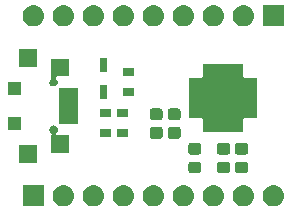
<source format=gbr>
G04 #@! TF.GenerationSoftware,KiCad,Pcbnew,(5.0.2)-1*
G04 #@! TF.CreationDate,2019-10-04T12:42:43+03:00*
G04 #@! TF.ProjectId,Micro-USB-UART,4d696372-6f2d-4555-9342-2d554152542e,rev?*
G04 #@! TF.SameCoordinates,Original*
G04 #@! TF.FileFunction,Soldermask,Top*
G04 #@! TF.FilePolarity,Negative*
%FSLAX46Y46*%
G04 Gerber Fmt 4.6, Leading zero omitted, Abs format (unit mm)*
G04 Created by KiCad (PCBNEW (5.0.2)-1) date 04.10.2019 12:42:43*
%MOMM*%
%LPD*%
G01*
G04 APERTURE LIST*
%ADD10C,0.100000*%
G04 APERTURE END LIST*
D10*
G36*
X76339000Y-122655900D02*
X74537000Y-122655900D01*
X74537000Y-120853900D01*
X76339000Y-120853900D01*
X76339000Y-122655900D01*
X76339000Y-122655900D01*
G37*
G36*
X93328442Y-120860418D02*
X93394627Y-120866937D01*
X93507853Y-120901284D01*
X93564467Y-120918457D01*
X93703087Y-120992552D01*
X93720991Y-121002122D01*
X93756729Y-121031452D01*
X93858186Y-121114714D01*
X93941448Y-121216171D01*
X93970778Y-121251909D01*
X93970779Y-121251911D01*
X94054443Y-121408433D01*
X94054443Y-121408434D01*
X94105963Y-121578273D01*
X94123359Y-121754900D01*
X94105963Y-121931527D01*
X94071616Y-122044753D01*
X94054443Y-122101367D01*
X93980348Y-122239987D01*
X93970778Y-122257891D01*
X93941448Y-122293629D01*
X93858186Y-122395086D01*
X93756729Y-122478348D01*
X93720991Y-122507678D01*
X93720989Y-122507679D01*
X93564467Y-122591343D01*
X93507853Y-122608516D01*
X93394627Y-122642863D01*
X93328442Y-122649382D01*
X93262260Y-122655900D01*
X93173740Y-122655900D01*
X93107558Y-122649382D01*
X93041373Y-122642863D01*
X92928147Y-122608516D01*
X92871533Y-122591343D01*
X92715011Y-122507679D01*
X92715009Y-122507678D01*
X92679271Y-122478348D01*
X92577814Y-122395086D01*
X92494552Y-122293629D01*
X92465222Y-122257891D01*
X92455652Y-122239987D01*
X92381557Y-122101367D01*
X92364384Y-122044753D01*
X92330037Y-121931527D01*
X92312641Y-121754900D01*
X92330037Y-121578273D01*
X92381557Y-121408434D01*
X92381557Y-121408433D01*
X92465221Y-121251911D01*
X92465222Y-121251909D01*
X92494552Y-121216171D01*
X92577814Y-121114714D01*
X92679271Y-121031452D01*
X92715009Y-121002122D01*
X92732913Y-120992552D01*
X92871533Y-120918457D01*
X92928147Y-120901284D01*
X93041373Y-120866937D01*
X93107558Y-120860418D01*
X93173740Y-120853900D01*
X93262260Y-120853900D01*
X93328442Y-120860418D01*
X93328442Y-120860418D01*
G37*
G36*
X95868442Y-120860418D02*
X95934627Y-120866937D01*
X96047853Y-120901284D01*
X96104467Y-120918457D01*
X96243087Y-120992552D01*
X96260991Y-121002122D01*
X96296729Y-121031452D01*
X96398186Y-121114714D01*
X96481448Y-121216171D01*
X96510778Y-121251909D01*
X96510779Y-121251911D01*
X96594443Y-121408433D01*
X96594443Y-121408434D01*
X96645963Y-121578273D01*
X96663359Y-121754900D01*
X96645963Y-121931527D01*
X96611616Y-122044753D01*
X96594443Y-122101367D01*
X96520348Y-122239987D01*
X96510778Y-122257891D01*
X96481448Y-122293629D01*
X96398186Y-122395086D01*
X96296729Y-122478348D01*
X96260991Y-122507678D01*
X96260989Y-122507679D01*
X96104467Y-122591343D01*
X96047853Y-122608516D01*
X95934627Y-122642863D01*
X95868442Y-122649382D01*
X95802260Y-122655900D01*
X95713740Y-122655900D01*
X95647558Y-122649382D01*
X95581373Y-122642863D01*
X95468147Y-122608516D01*
X95411533Y-122591343D01*
X95255011Y-122507679D01*
X95255009Y-122507678D01*
X95219271Y-122478348D01*
X95117814Y-122395086D01*
X95034552Y-122293629D01*
X95005222Y-122257891D01*
X94995652Y-122239987D01*
X94921557Y-122101367D01*
X94904384Y-122044753D01*
X94870037Y-121931527D01*
X94852641Y-121754900D01*
X94870037Y-121578273D01*
X94921557Y-121408434D01*
X94921557Y-121408433D01*
X95005221Y-121251911D01*
X95005222Y-121251909D01*
X95034552Y-121216171D01*
X95117814Y-121114714D01*
X95219271Y-121031452D01*
X95255009Y-121002122D01*
X95272913Y-120992552D01*
X95411533Y-120918457D01*
X95468147Y-120901284D01*
X95581373Y-120866937D01*
X95647558Y-120860418D01*
X95713740Y-120853900D01*
X95802260Y-120853900D01*
X95868442Y-120860418D01*
X95868442Y-120860418D01*
G37*
G36*
X90788442Y-120860418D02*
X90854627Y-120866937D01*
X90967853Y-120901284D01*
X91024467Y-120918457D01*
X91163087Y-120992552D01*
X91180991Y-121002122D01*
X91216729Y-121031452D01*
X91318186Y-121114714D01*
X91401448Y-121216171D01*
X91430778Y-121251909D01*
X91430779Y-121251911D01*
X91514443Y-121408433D01*
X91514443Y-121408434D01*
X91565963Y-121578273D01*
X91583359Y-121754900D01*
X91565963Y-121931527D01*
X91531616Y-122044753D01*
X91514443Y-122101367D01*
X91440348Y-122239987D01*
X91430778Y-122257891D01*
X91401448Y-122293629D01*
X91318186Y-122395086D01*
X91216729Y-122478348D01*
X91180991Y-122507678D01*
X91180989Y-122507679D01*
X91024467Y-122591343D01*
X90967853Y-122608516D01*
X90854627Y-122642863D01*
X90788442Y-122649382D01*
X90722260Y-122655900D01*
X90633740Y-122655900D01*
X90567558Y-122649382D01*
X90501373Y-122642863D01*
X90388147Y-122608516D01*
X90331533Y-122591343D01*
X90175011Y-122507679D01*
X90175009Y-122507678D01*
X90139271Y-122478348D01*
X90037814Y-122395086D01*
X89954552Y-122293629D01*
X89925222Y-122257891D01*
X89915652Y-122239987D01*
X89841557Y-122101367D01*
X89824384Y-122044753D01*
X89790037Y-121931527D01*
X89772641Y-121754900D01*
X89790037Y-121578273D01*
X89841557Y-121408434D01*
X89841557Y-121408433D01*
X89925221Y-121251911D01*
X89925222Y-121251909D01*
X89954552Y-121216171D01*
X90037814Y-121114714D01*
X90139271Y-121031452D01*
X90175009Y-121002122D01*
X90192913Y-120992552D01*
X90331533Y-120918457D01*
X90388147Y-120901284D01*
X90501373Y-120866937D01*
X90567558Y-120860418D01*
X90633740Y-120853900D01*
X90722260Y-120853900D01*
X90788442Y-120860418D01*
X90788442Y-120860418D01*
G37*
G36*
X88248442Y-120860418D02*
X88314627Y-120866937D01*
X88427853Y-120901284D01*
X88484467Y-120918457D01*
X88623087Y-120992552D01*
X88640991Y-121002122D01*
X88676729Y-121031452D01*
X88778186Y-121114714D01*
X88861448Y-121216171D01*
X88890778Y-121251909D01*
X88890779Y-121251911D01*
X88974443Y-121408433D01*
X88974443Y-121408434D01*
X89025963Y-121578273D01*
X89043359Y-121754900D01*
X89025963Y-121931527D01*
X88991616Y-122044753D01*
X88974443Y-122101367D01*
X88900348Y-122239987D01*
X88890778Y-122257891D01*
X88861448Y-122293629D01*
X88778186Y-122395086D01*
X88676729Y-122478348D01*
X88640991Y-122507678D01*
X88640989Y-122507679D01*
X88484467Y-122591343D01*
X88427853Y-122608516D01*
X88314627Y-122642863D01*
X88248442Y-122649382D01*
X88182260Y-122655900D01*
X88093740Y-122655900D01*
X88027558Y-122649382D01*
X87961373Y-122642863D01*
X87848147Y-122608516D01*
X87791533Y-122591343D01*
X87635011Y-122507679D01*
X87635009Y-122507678D01*
X87599271Y-122478348D01*
X87497814Y-122395086D01*
X87414552Y-122293629D01*
X87385222Y-122257891D01*
X87375652Y-122239987D01*
X87301557Y-122101367D01*
X87284384Y-122044753D01*
X87250037Y-121931527D01*
X87232641Y-121754900D01*
X87250037Y-121578273D01*
X87301557Y-121408434D01*
X87301557Y-121408433D01*
X87385221Y-121251911D01*
X87385222Y-121251909D01*
X87414552Y-121216171D01*
X87497814Y-121114714D01*
X87599271Y-121031452D01*
X87635009Y-121002122D01*
X87652913Y-120992552D01*
X87791533Y-120918457D01*
X87848147Y-120901284D01*
X87961373Y-120866937D01*
X88027558Y-120860418D01*
X88093740Y-120853900D01*
X88182260Y-120853900D01*
X88248442Y-120860418D01*
X88248442Y-120860418D01*
G37*
G36*
X83168442Y-120860418D02*
X83234627Y-120866937D01*
X83347853Y-120901284D01*
X83404467Y-120918457D01*
X83543087Y-120992552D01*
X83560991Y-121002122D01*
X83596729Y-121031452D01*
X83698186Y-121114714D01*
X83781448Y-121216171D01*
X83810778Y-121251909D01*
X83810779Y-121251911D01*
X83894443Y-121408433D01*
X83894443Y-121408434D01*
X83945963Y-121578273D01*
X83963359Y-121754900D01*
X83945963Y-121931527D01*
X83911616Y-122044753D01*
X83894443Y-122101367D01*
X83820348Y-122239987D01*
X83810778Y-122257891D01*
X83781448Y-122293629D01*
X83698186Y-122395086D01*
X83596729Y-122478348D01*
X83560991Y-122507678D01*
X83560989Y-122507679D01*
X83404467Y-122591343D01*
X83347853Y-122608516D01*
X83234627Y-122642863D01*
X83168442Y-122649382D01*
X83102260Y-122655900D01*
X83013740Y-122655900D01*
X82947558Y-122649382D01*
X82881373Y-122642863D01*
X82768147Y-122608516D01*
X82711533Y-122591343D01*
X82555011Y-122507679D01*
X82555009Y-122507678D01*
X82519271Y-122478348D01*
X82417814Y-122395086D01*
X82334552Y-122293629D01*
X82305222Y-122257891D01*
X82295652Y-122239987D01*
X82221557Y-122101367D01*
X82204384Y-122044753D01*
X82170037Y-121931527D01*
X82152641Y-121754900D01*
X82170037Y-121578273D01*
X82221557Y-121408434D01*
X82221557Y-121408433D01*
X82305221Y-121251911D01*
X82305222Y-121251909D01*
X82334552Y-121216171D01*
X82417814Y-121114714D01*
X82519271Y-121031452D01*
X82555009Y-121002122D01*
X82572913Y-120992552D01*
X82711533Y-120918457D01*
X82768147Y-120901284D01*
X82881373Y-120866937D01*
X82947558Y-120860418D01*
X83013740Y-120853900D01*
X83102260Y-120853900D01*
X83168442Y-120860418D01*
X83168442Y-120860418D01*
G37*
G36*
X80628442Y-120860418D02*
X80694627Y-120866937D01*
X80807853Y-120901284D01*
X80864467Y-120918457D01*
X81003087Y-120992552D01*
X81020991Y-121002122D01*
X81056729Y-121031452D01*
X81158186Y-121114714D01*
X81241448Y-121216171D01*
X81270778Y-121251909D01*
X81270779Y-121251911D01*
X81354443Y-121408433D01*
X81354443Y-121408434D01*
X81405963Y-121578273D01*
X81423359Y-121754900D01*
X81405963Y-121931527D01*
X81371616Y-122044753D01*
X81354443Y-122101367D01*
X81280348Y-122239987D01*
X81270778Y-122257891D01*
X81241448Y-122293629D01*
X81158186Y-122395086D01*
X81056729Y-122478348D01*
X81020991Y-122507678D01*
X81020989Y-122507679D01*
X80864467Y-122591343D01*
X80807853Y-122608516D01*
X80694627Y-122642863D01*
X80628442Y-122649382D01*
X80562260Y-122655900D01*
X80473740Y-122655900D01*
X80407558Y-122649382D01*
X80341373Y-122642863D01*
X80228147Y-122608516D01*
X80171533Y-122591343D01*
X80015011Y-122507679D01*
X80015009Y-122507678D01*
X79979271Y-122478348D01*
X79877814Y-122395086D01*
X79794552Y-122293629D01*
X79765222Y-122257891D01*
X79755652Y-122239987D01*
X79681557Y-122101367D01*
X79664384Y-122044753D01*
X79630037Y-121931527D01*
X79612641Y-121754900D01*
X79630037Y-121578273D01*
X79681557Y-121408434D01*
X79681557Y-121408433D01*
X79765221Y-121251911D01*
X79765222Y-121251909D01*
X79794552Y-121216171D01*
X79877814Y-121114714D01*
X79979271Y-121031452D01*
X80015009Y-121002122D01*
X80032913Y-120992552D01*
X80171533Y-120918457D01*
X80228147Y-120901284D01*
X80341373Y-120866937D01*
X80407558Y-120860418D01*
X80473740Y-120853900D01*
X80562260Y-120853900D01*
X80628442Y-120860418D01*
X80628442Y-120860418D01*
G37*
G36*
X78088442Y-120860418D02*
X78154627Y-120866937D01*
X78267853Y-120901284D01*
X78324467Y-120918457D01*
X78463087Y-120992552D01*
X78480991Y-121002122D01*
X78516729Y-121031452D01*
X78618186Y-121114714D01*
X78701448Y-121216171D01*
X78730778Y-121251909D01*
X78730779Y-121251911D01*
X78814443Y-121408433D01*
X78814443Y-121408434D01*
X78865963Y-121578273D01*
X78883359Y-121754900D01*
X78865963Y-121931527D01*
X78831616Y-122044753D01*
X78814443Y-122101367D01*
X78740348Y-122239987D01*
X78730778Y-122257891D01*
X78701448Y-122293629D01*
X78618186Y-122395086D01*
X78516729Y-122478348D01*
X78480991Y-122507678D01*
X78480989Y-122507679D01*
X78324467Y-122591343D01*
X78267853Y-122608516D01*
X78154627Y-122642863D01*
X78088442Y-122649382D01*
X78022260Y-122655900D01*
X77933740Y-122655900D01*
X77867558Y-122649382D01*
X77801373Y-122642863D01*
X77688147Y-122608516D01*
X77631533Y-122591343D01*
X77475011Y-122507679D01*
X77475009Y-122507678D01*
X77439271Y-122478348D01*
X77337814Y-122395086D01*
X77254552Y-122293629D01*
X77225222Y-122257891D01*
X77215652Y-122239987D01*
X77141557Y-122101367D01*
X77124384Y-122044753D01*
X77090037Y-121931527D01*
X77072641Y-121754900D01*
X77090037Y-121578273D01*
X77141557Y-121408434D01*
X77141557Y-121408433D01*
X77225221Y-121251911D01*
X77225222Y-121251909D01*
X77254552Y-121216171D01*
X77337814Y-121114714D01*
X77439271Y-121031452D01*
X77475009Y-121002122D01*
X77492913Y-120992552D01*
X77631533Y-120918457D01*
X77688147Y-120901284D01*
X77801373Y-120866937D01*
X77867558Y-120860418D01*
X77933740Y-120853900D01*
X78022260Y-120853900D01*
X78088442Y-120860418D01*
X78088442Y-120860418D01*
G37*
G36*
X85708442Y-120860418D02*
X85774627Y-120866937D01*
X85887853Y-120901284D01*
X85944467Y-120918457D01*
X86083087Y-120992552D01*
X86100991Y-121002122D01*
X86136729Y-121031452D01*
X86238186Y-121114714D01*
X86321448Y-121216171D01*
X86350778Y-121251909D01*
X86350779Y-121251911D01*
X86434443Y-121408433D01*
X86434443Y-121408434D01*
X86485963Y-121578273D01*
X86503359Y-121754900D01*
X86485963Y-121931527D01*
X86451616Y-122044753D01*
X86434443Y-122101367D01*
X86360348Y-122239987D01*
X86350778Y-122257891D01*
X86321448Y-122293629D01*
X86238186Y-122395086D01*
X86136729Y-122478348D01*
X86100991Y-122507678D01*
X86100989Y-122507679D01*
X85944467Y-122591343D01*
X85887853Y-122608516D01*
X85774627Y-122642863D01*
X85708442Y-122649382D01*
X85642260Y-122655900D01*
X85553740Y-122655900D01*
X85487558Y-122649382D01*
X85421373Y-122642863D01*
X85308147Y-122608516D01*
X85251533Y-122591343D01*
X85095011Y-122507679D01*
X85095009Y-122507678D01*
X85059271Y-122478348D01*
X84957814Y-122395086D01*
X84874552Y-122293629D01*
X84845222Y-122257891D01*
X84835652Y-122239987D01*
X84761557Y-122101367D01*
X84744384Y-122044753D01*
X84710037Y-121931527D01*
X84692641Y-121754900D01*
X84710037Y-121578273D01*
X84761557Y-121408434D01*
X84761557Y-121408433D01*
X84845221Y-121251911D01*
X84845222Y-121251909D01*
X84874552Y-121216171D01*
X84957814Y-121114714D01*
X85059271Y-121031452D01*
X85095009Y-121002122D01*
X85112913Y-120992552D01*
X85251533Y-120918457D01*
X85308147Y-120901284D01*
X85421373Y-120866937D01*
X85487558Y-120860418D01*
X85553740Y-120853900D01*
X85642260Y-120853900D01*
X85708442Y-120860418D01*
X85708442Y-120860418D01*
G37*
G36*
X89482791Y-118870285D02*
X89516769Y-118880593D01*
X89548087Y-118897333D01*
X89575539Y-118919861D01*
X89598067Y-118947313D01*
X89614807Y-118978631D01*
X89625115Y-119012609D01*
X89629200Y-119054090D01*
X89629200Y-119655310D01*
X89625115Y-119696791D01*
X89614807Y-119730769D01*
X89598067Y-119762087D01*
X89575539Y-119789539D01*
X89548087Y-119812067D01*
X89516769Y-119828807D01*
X89482791Y-119839115D01*
X89441310Y-119843200D01*
X88765090Y-119843200D01*
X88723609Y-119839115D01*
X88689631Y-119828807D01*
X88658313Y-119812067D01*
X88630861Y-119789539D01*
X88608333Y-119762087D01*
X88591593Y-119730769D01*
X88581285Y-119696791D01*
X88577200Y-119655310D01*
X88577200Y-119054090D01*
X88581285Y-119012609D01*
X88591593Y-118978631D01*
X88608333Y-118947313D01*
X88630861Y-118919861D01*
X88658313Y-118897333D01*
X88689631Y-118880593D01*
X88723609Y-118870285D01*
X88765090Y-118866200D01*
X89441310Y-118866200D01*
X89482791Y-118870285D01*
X89482791Y-118870285D01*
G37*
G36*
X93445191Y-118870285D02*
X93479169Y-118880593D01*
X93510487Y-118897333D01*
X93537939Y-118919861D01*
X93560467Y-118947313D01*
X93577207Y-118978631D01*
X93587515Y-119012609D01*
X93591600Y-119054090D01*
X93591600Y-119655310D01*
X93587515Y-119696791D01*
X93577207Y-119730769D01*
X93560467Y-119762087D01*
X93537939Y-119789539D01*
X93510487Y-119812067D01*
X93479169Y-119828807D01*
X93445191Y-119839115D01*
X93403710Y-119843200D01*
X92727490Y-119843200D01*
X92686009Y-119839115D01*
X92652031Y-119828807D01*
X92620713Y-119812067D01*
X92593261Y-119789539D01*
X92570733Y-119762087D01*
X92553993Y-119730769D01*
X92543685Y-119696791D01*
X92539600Y-119655310D01*
X92539600Y-119054090D01*
X92543685Y-119012609D01*
X92553993Y-118978631D01*
X92570733Y-118947313D01*
X92593261Y-118919861D01*
X92620713Y-118897333D01*
X92652031Y-118880593D01*
X92686009Y-118870285D01*
X92727490Y-118866200D01*
X93403710Y-118866200D01*
X93445191Y-118870285D01*
X93445191Y-118870285D01*
G37*
G36*
X91921191Y-118870285D02*
X91955169Y-118880593D01*
X91986487Y-118897333D01*
X92013939Y-118919861D01*
X92036467Y-118947313D01*
X92053207Y-118978631D01*
X92063515Y-119012609D01*
X92067600Y-119054090D01*
X92067600Y-119655310D01*
X92063515Y-119696791D01*
X92053207Y-119730769D01*
X92036467Y-119762087D01*
X92013939Y-119789539D01*
X91986487Y-119812067D01*
X91955169Y-119828807D01*
X91921191Y-119839115D01*
X91879710Y-119843200D01*
X91203490Y-119843200D01*
X91162009Y-119839115D01*
X91128031Y-119828807D01*
X91096713Y-119812067D01*
X91069261Y-119789539D01*
X91046733Y-119762087D01*
X91029993Y-119730769D01*
X91019685Y-119696791D01*
X91015600Y-119655310D01*
X91015600Y-119054090D01*
X91019685Y-119012609D01*
X91029993Y-118978631D01*
X91046733Y-118947313D01*
X91069261Y-118919861D01*
X91096713Y-118897333D01*
X91128031Y-118880593D01*
X91162009Y-118870285D01*
X91203490Y-118866200D01*
X91879710Y-118866200D01*
X91921191Y-118870285D01*
X91921191Y-118870285D01*
G37*
G36*
X75759500Y-118954950D02*
X74257500Y-118954950D01*
X74257500Y-117452950D01*
X75759500Y-117452950D01*
X75759500Y-118954950D01*
X75759500Y-118954950D01*
G37*
G36*
X93445191Y-117295285D02*
X93479169Y-117305593D01*
X93510487Y-117322333D01*
X93537939Y-117344861D01*
X93560467Y-117372313D01*
X93577207Y-117403631D01*
X93587515Y-117437609D01*
X93591600Y-117479090D01*
X93591600Y-118080310D01*
X93587515Y-118121791D01*
X93577207Y-118155769D01*
X93560467Y-118187087D01*
X93537939Y-118214539D01*
X93510487Y-118237067D01*
X93479169Y-118253807D01*
X93445191Y-118264115D01*
X93403710Y-118268200D01*
X92727490Y-118268200D01*
X92686009Y-118264115D01*
X92652031Y-118253807D01*
X92620713Y-118237067D01*
X92593261Y-118214539D01*
X92570733Y-118187087D01*
X92553993Y-118155769D01*
X92543685Y-118121791D01*
X92539600Y-118080310D01*
X92539600Y-117479090D01*
X92543685Y-117437609D01*
X92553993Y-117403631D01*
X92570733Y-117372313D01*
X92593261Y-117344861D01*
X92620713Y-117322333D01*
X92652031Y-117305593D01*
X92686009Y-117295285D01*
X92727490Y-117291200D01*
X93403710Y-117291200D01*
X93445191Y-117295285D01*
X93445191Y-117295285D01*
G37*
G36*
X89482791Y-117295285D02*
X89516769Y-117305593D01*
X89548087Y-117322333D01*
X89575539Y-117344861D01*
X89598067Y-117372313D01*
X89614807Y-117403631D01*
X89625115Y-117437609D01*
X89629200Y-117479090D01*
X89629200Y-118080310D01*
X89625115Y-118121791D01*
X89614807Y-118155769D01*
X89598067Y-118187087D01*
X89575539Y-118214539D01*
X89548087Y-118237067D01*
X89516769Y-118253807D01*
X89482791Y-118264115D01*
X89441310Y-118268200D01*
X88765090Y-118268200D01*
X88723609Y-118264115D01*
X88689631Y-118253807D01*
X88658313Y-118237067D01*
X88630861Y-118214539D01*
X88608333Y-118187087D01*
X88591593Y-118155769D01*
X88581285Y-118121791D01*
X88577200Y-118080310D01*
X88577200Y-117479090D01*
X88581285Y-117437609D01*
X88591593Y-117403631D01*
X88608333Y-117372313D01*
X88630861Y-117344861D01*
X88658313Y-117322333D01*
X88689631Y-117305593D01*
X88723609Y-117295285D01*
X88765090Y-117291200D01*
X89441310Y-117291200D01*
X89482791Y-117295285D01*
X89482791Y-117295285D01*
G37*
G36*
X91921191Y-117295285D02*
X91955169Y-117305593D01*
X91986487Y-117322333D01*
X92013939Y-117344861D01*
X92036467Y-117372313D01*
X92053207Y-117403631D01*
X92063515Y-117437609D01*
X92067600Y-117479090D01*
X92067600Y-118080310D01*
X92063515Y-118121791D01*
X92053207Y-118155769D01*
X92036467Y-118187087D01*
X92013939Y-118214539D01*
X91986487Y-118237067D01*
X91955169Y-118253807D01*
X91921191Y-118264115D01*
X91879710Y-118268200D01*
X91203490Y-118268200D01*
X91162009Y-118264115D01*
X91128031Y-118253807D01*
X91096713Y-118237067D01*
X91069261Y-118214539D01*
X91046733Y-118187087D01*
X91029993Y-118155769D01*
X91019685Y-118121791D01*
X91015600Y-118080310D01*
X91015600Y-117479090D01*
X91019685Y-117437609D01*
X91029993Y-117403631D01*
X91046733Y-117372313D01*
X91069261Y-117344861D01*
X91096713Y-117322333D01*
X91128031Y-117305593D01*
X91162009Y-117295285D01*
X91203490Y-117291200D01*
X91879710Y-117291200D01*
X91921191Y-117295285D01*
X91921191Y-117295285D01*
G37*
G36*
X77260883Y-115816439D02*
X77324761Y-115842898D01*
X77382250Y-115881311D01*
X77394112Y-115893173D01*
X77407933Y-115904517D01*
X77419277Y-115918338D01*
X77431139Y-115930200D01*
X77469552Y-115987689D01*
X77496011Y-116051567D01*
X77509500Y-116119380D01*
X77509500Y-116188520D01*
X77496011Y-116256333D01*
X77469552Y-116320211D01*
X77431139Y-116377700D01*
X77378977Y-116429862D01*
X77367158Y-116439562D01*
X77351612Y-116458504D01*
X77340061Y-116480115D01*
X77332948Y-116503564D01*
X77330546Y-116527950D01*
X77332948Y-116552336D01*
X77340061Y-116575786D01*
X77351612Y-116597396D01*
X77367158Y-116616338D01*
X77386100Y-116631884D01*
X77407711Y-116643435D01*
X77431160Y-116650548D01*
X77455546Y-116652950D01*
X78459500Y-116652950D01*
X78459500Y-118154950D01*
X76957500Y-118154950D01*
X76957500Y-116607007D01*
X76965388Y-116597396D01*
X76976939Y-116575785D01*
X76984052Y-116552336D01*
X76986454Y-116527950D01*
X76984052Y-116503564D01*
X76976939Y-116480115D01*
X76965388Y-116458504D01*
X76949842Y-116439562D01*
X76938023Y-116429862D01*
X76885861Y-116377700D01*
X76847448Y-116320211D01*
X76820989Y-116256333D01*
X76807500Y-116188520D01*
X76807500Y-116119380D01*
X76820989Y-116051567D01*
X76847448Y-115987689D01*
X76885861Y-115930200D01*
X76934750Y-115881311D01*
X76992239Y-115842898D01*
X77056117Y-115816439D01*
X77123930Y-115802950D01*
X77193070Y-115802950D01*
X77260883Y-115816439D01*
X77260883Y-115816439D01*
G37*
G36*
X87755591Y-115949185D02*
X87789569Y-115959493D01*
X87820887Y-115976233D01*
X87848339Y-115998761D01*
X87870867Y-116026213D01*
X87887607Y-116057531D01*
X87897915Y-116091509D01*
X87902000Y-116132990D01*
X87902000Y-116734210D01*
X87897915Y-116775691D01*
X87887607Y-116809669D01*
X87870867Y-116840987D01*
X87848339Y-116868439D01*
X87820887Y-116890967D01*
X87789569Y-116907707D01*
X87755591Y-116918015D01*
X87714110Y-116922100D01*
X87037890Y-116922100D01*
X86996409Y-116918015D01*
X86962431Y-116907707D01*
X86931113Y-116890967D01*
X86903661Y-116868439D01*
X86881133Y-116840987D01*
X86864393Y-116809669D01*
X86854085Y-116775691D01*
X86850000Y-116734210D01*
X86850000Y-116132990D01*
X86854085Y-116091509D01*
X86864393Y-116057531D01*
X86881133Y-116026213D01*
X86903661Y-115998761D01*
X86931113Y-115976233D01*
X86962431Y-115959493D01*
X86996409Y-115949185D01*
X87037890Y-115945100D01*
X87714110Y-115945100D01*
X87755591Y-115949185D01*
X87755591Y-115949185D01*
G37*
G36*
X86231591Y-115949185D02*
X86265569Y-115959493D01*
X86296887Y-115976233D01*
X86324339Y-115998761D01*
X86346867Y-116026213D01*
X86363607Y-116057531D01*
X86373915Y-116091509D01*
X86378000Y-116132990D01*
X86378000Y-116734210D01*
X86373915Y-116775691D01*
X86363607Y-116809669D01*
X86346867Y-116840987D01*
X86324339Y-116868439D01*
X86296887Y-116890967D01*
X86265569Y-116907707D01*
X86231591Y-116918015D01*
X86190110Y-116922100D01*
X85513890Y-116922100D01*
X85472409Y-116918015D01*
X85438431Y-116907707D01*
X85407113Y-116890967D01*
X85379661Y-116868439D01*
X85357133Y-116840987D01*
X85340393Y-116809669D01*
X85330085Y-116775691D01*
X85326000Y-116734210D01*
X85326000Y-116132990D01*
X85330085Y-116091509D01*
X85340393Y-116057531D01*
X85357133Y-116026213D01*
X85379661Y-115998761D01*
X85407113Y-115976233D01*
X85438431Y-115959493D01*
X85472409Y-115949185D01*
X85513890Y-115945100D01*
X86190110Y-115945100D01*
X86231591Y-115949185D01*
X86231591Y-115949185D01*
G37*
G36*
X83445500Y-116817100D02*
X82543500Y-116817100D01*
X82543500Y-116115100D01*
X83445500Y-116115100D01*
X83445500Y-116817100D01*
X83445500Y-116817100D01*
G37*
G36*
X81985000Y-116817100D02*
X81083000Y-116817100D01*
X81083000Y-116115100D01*
X81985000Y-116115100D01*
X81985000Y-116817100D01*
X81985000Y-116817100D01*
G37*
G36*
X93191800Y-111636200D02*
X93194202Y-111660586D01*
X93201315Y-111684035D01*
X93212866Y-111705646D01*
X93228412Y-111724588D01*
X93242143Y-111735857D01*
X93253412Y-111749588D01*
X93272354Y-111765134D01*
X93293965Y-111776685D01*
X93317414Y-111783798D01*
X93341800Y-111786200D01*
X94391800Y-111786200D01*
X94391800Y-115188200D01*
X93341800Y-115188200D01*
X93317414Y-115190602D01*
X93293965Y-115197715D01*
X93272354Y-115209266D01*
X93253412Y-115224812D01*
X93242143Y-115238543D01*
X93228412Y-115249812D01*
X93212866Y-115268754D01*
X93201315Y-115290365D01*
X93194202Y-115313814D01*
X93191800Y-115338200D01*
X93191800Y-116388200D01*
X89789800Y-116388200D01*
X89789800Y-115338200D01*
X89787398Y-115313814D01*
X89780285Y-115290365D01*
X89768734Y-115268754D01*
X89753188Y-115249812D01*
X89739457Y-115238543D01*
X89728188Y-115224812D01*
X89709246Y-115209266D01*
X89687635Y-115197715D01*
X89664186Y-115190602D01*
X89639800Y-115188200D01*
X88589800Y-115188200D01*
X88589800Y-111786200D01*
X89639800Y-111786200D01*
X89664186Y-111783798D01*
X89687635Y-111776685D01*
X89709246Y-111765134D01*
X89728188Y-111749588D01*
X89739457Y-111735857D01*
X89753188Y-111724588D01*
X89768734Y-111705646D01*
X89780285Y-111684035D01*
X89787398Y-111660586D01*
X89789800Y-111636200D01*
X89789800Y-110586200D01*
X93191800Y-110586200D01*
X93191800Y-111636200D01*
X93191800Y-111636200D01*
G37*
G36*
X74359500Y-116229950D02*
X73257500Y-116229950D01*
X73257500Y-115127950D01*
X74359500Y-115127950D01*
X74359500Y-116229950D01*
X74359500Y-116229950D01*
G37*
G36*
X79209500Y-115704950D02*
X77607500Y-115704950D01*
X77607500Y-112602950D01*
X79209500Y-112602950D01*
X79209500Y-115704950D01*
X79209500Y-115704950D01*
G37*
G36*
X87755591Y-114374185D02*
X87789569Y-114384493D01*
X87820887Y-114401233D01*
X87848339Y-114423761D01*
X87870867Y-114451213D01*
X87887607Y-114482531D01*
X87897915Y-114516509D01*
X87902000Y-114557990D01*
X87902000Y-115159210D01*
X87897915Y-115200691D01*
X87887607Y-115234669D01*
X87870867Y-115265987D01*
X87848339Y-115293439D01*
X87820887Y-115315967D01*
X87789569Y-115332707D01*
X87755591Y-115343015D01*
X87714110Y-115347100D01*
X87037890Y-115347100D01*
X86996409Y-115343015D01*
X86962431Y-115332707D01*
X86931113Y-115315967D01*
X86903661Y-115293439D01*
X86881133Y-115265987D01*
X86864393Y-115234669D01*
X86854085Y-115200691D01*
X86850000Y-115159210D01*
X86850000Y-114557990D01*
X86854085Y-114516509D01*
X86864393Y-114482531D01*
X86881133Y-114451213D01*
X86903661Y-114423761D01*
X86931113Y-114401233D01*
X86962431Y-114384493D01*
X86996409Y-114374185D01*
X87037890Y-114370100D01*
X87714110Y-114370100D01*
X87755591Y-114374185D01*
X87755591Y-114374185D01*
G37*
G36*
X86231591Y-114374185D02*
X86265569Y-114384493D01*
X86296887Y-114401233D01*
X86324339Y-114423761D01*
X86346867Y-114451213D01*
X86363607Y-114482531D01*
X86373915Y-114516509D01*
X86378000Y-114557990D01*
X86378000Y-115159210D01*
X86373915Y-115200691D01*
X86363607Y-115234669D01*
X86346867Y-115265987D01*
X86324339Y-115293439D01*
X86296887Y-115315967D01*
X86265569Y-115332707D01*
X86231591Y-115343015D01*
X86190110Y-115347100D01*
X85513890Y-115347100D01*
X85472409Y-115343015D01*
X85438431Y-115332707D01*
X85407113Y-115315967D01*
X85379661Y-115293439D01*
X85357133Y-115265987D01*
X85340393Y-115234669D01*
X85330085Y-115200691D01*
X85326000Y-115159210D01*
X85326000Y-114557990D01*
X85330085Y-114516509D01*
X85340393Y-114482531D01*
X85357133Y-114451213D01*
X85379661Y-114423761D01*
X85407113Y-114401233D01*
X85438431Y-114384493D01*
X85472409Y-114374185D01*
X85513890Y-114370100D01*
X86190110Y-114370100D01*
X86231591Y-114374185D01*
X86231591Y-114374185D01*
G37*
G36*
X83445500Y-115117100D02*
X82543500Y-115117100D01*
X82543500Y-114415100D01*
X83445500Y-114415100D01*
X83445500Y-115117100D01*
X83445500Y-115117100D01*
G37*
G36*
X81985000Y-115117100D02*
X81083000Y-115117100D01*
X81083000Y-114415100D01*
X81985000Y-114415100D01*
X81985000Y-115117100D01*
X81985000Y-115117100D01*
G37*
G36*
X81708000Y-113574000D02*
X81106000Y-113574000D01*
X81106000Y-112397000D01*
X81708000Y-112397000D01*
X81708000Y-113574000D01*
X81708000Y-113574000D01*
G37*
G36*
X83953500Y-113342000D02*
X83051500Y-113342000D01*
X83051500Y-112640000D01*
X83953500Y-112640000D01*
X83953500Y-113342000D01*
X83953500Y-113342000D01*
G37*
G36*
X74359500Y-113204950D02*
X73257500Y-113204950D01*
X73257500Y-112102950D01*
X74359500Y-112102950D01*
X74359500Y-113204950D01*
X74359500Y-113204950D01*
G37*
G36*
X78459500Y-111654950D02*
X77455546Y-111654950D01*
X77431160Y-111657352D01*
X77407711Y-111664465D01*
X77386100Y-111676016D01*
X77367158Y-111691562D01*
X77351612Y-111710504D01*
X77340061Y-111732115D01*
X77332948Y-111755564D01*
X77330546Y-111779950D01*
X77332948Y-111804336D01*
X77340061Y-111827785D01*
X77351612Y-111849396D01*
X77367158Y-111868338D01*
X77378977Y-111878038D01*
X77431139Y-111930200D01*
X77469552Y-111987689D01*
X77496011Y-112051567D01*
X77509500Y-112119380D01*
X77509500Y-112188520D01*
X77496011Y-112256333D01*
X77469552Y-112320211D01*
X77431139Y-112377700D01*
X77419277Y-112389562D01*
X77407933Y-112403383D01*
X77394112Y-112414727D01*
X77382250Y-112426589D01*
X77324761Y-112465002D01*
X77260883Y-112491461D01*
X77193070Y-112504950D01*
X77123930Y-112504950D01*
X77056117Y-112491461D01*
X76992239Y-112465002D01*
X76934750Y-112426589D01*
X76885861Y-112377700D01*
X76847448Y-112320211D01*
X76820989Y-112256333D01*
X76807500Y-112188520D01*
X76807500Y-112119380D01*
X76820989Y-112051567D01*
X76847448Y-111987689D01*
X76885861Y-111930200D01*
X76938023Y-111878038D01*
X76949842Y-111868338D01*
X76965388Y-111849396D01*
X76976939Y-111827785D01*
X76984052Y-111804336D01*
X76986454Y-111779950D01*
X76984052Y-111755564D01*
X76976939Y-111732114D01*
X76965388Y-111710504D01*
X76957500Y-111700893D01*
X76957500Y-110152950D01*
X78459500Y-110152950D01*
X78459500Y-111654950D01*
X78459500Y-111654950D01*
G37*
G36*
X83953500Y-111642000D02*
X83051500Y-111642000D01*
X83051500Y-110940000D01*
X83953500Y-110940000D01*
X83953500Y-111642000D01*
X83953500Y-111642000D01*
G37*
G36*
X81708000Y-111250000D02*
X81106000Y-111250000D01*
X81106000Y-110073000D01*
X81708000Y-110073000D01*
X81708000Y-111250000D01*
X81708000Y-111250000D01*
G37*
G36*
X75759500Y-110854950D02*
X74257500Y-110854950D01*
X74257500Y-109352950D01*
X75759500Y-109352950D01*
X75759500Y-110854950D01*
X75759500Y-110854950D01*
G37*
G36*
X75548442Y-105633118D02*
X75614627Y-105639637D01*
X75727853Y-105673984D01*
X75784467Y-105691157D01*
X75923087Y-105765252D01*
X75940991Y-105774822D01*
X75976729Y-105804152D01*
X76078186Y-105887414D01*
X76161448Y-105988871D01*
X76190778Y-106024609D01*
X76190779Y-106024611D01*
X76274443Y-106181133D01*
X76274443Y-106181134D01*
X76325963Y-106350973D01*
X76343359Y-106527600D01*
X76325963Y-106704227D01*
X76291616Y-106817453D01*
X76274443Y-106874067D01*
X76200348Y-107012687D01*
X76190778Y-107030591D01*
X76161448Y-107066329D01*
X76078186Y-107167786D01*
X75976729Y-107251048D01*
X75940991Y-107280378D01*
X75940989Y-107280379D01*
X75784467Y-107364043D01*
X75727853Y-107381216D01*
X75614627Y-107415563D01*
X75548442Y-107422082D01*
X75482260Y-107428600D01*
X75393740Y-107428600D01*
X75327558Y-107422082D01*
X75261373Y-107415563D01*
X75148147Y-107381216D01*
X75091533Y-107364043D01*
X74935011Y-107280379D01*
X74935009Y-107280378D01*
X74899271Y-107251048D01*
X74797814Y-107167786D01*
X74714552Y-107066329D01*
X74685222Y-107030591D01*
X74675652Y-107012687D01*
X74601557Y-106874067D01*
X74584384Y-106817453D01*
X74550037Y-106704227D01*
X74532641Y-106527600D01*
X74550037Y-106350973D01*
X74601557Y-106181134D01*
X74601557Y-106181133D01*
X74685221Y-106024611D01*
X74685222Y-106024609D01*
X74714552Y-105988871D01*
X74797814Y-105887414D01*
X74899271Y-105804152D01*
X74935009Y-105774822D01*
X74952913Y-105765252D01*
X75091533Y-105691157D01*
X75148147Y-105673984D01*
X75261373Y-105639637D01*
X75327558Y-105633118D01*
X75393740Y-105626600D01*
X75482260Y-105626600D01*
X75548442Y-105633118D01*
X75548442Y-105633118D01*
G37*
G36*
X78088442Y-105633118D02*
X78154627Y-105639637D01*
X78267853Y-105673984D01*
X78324467Y-105691157D01*
X78463087Y-105765252D01*
X78480991Y-105774822D01*
X78516729Y-105804152D01*
X78618186Y-105887414D01*
X78701448Y-105988871D01*
X78730778Y-106024609D01*
X78730779Y-106024611D01*
X78814443Y-106181133D01*
X78814443Y-106181134D01*
X78865963Y-106350973D01*
X78883359Y-106527600D01*
X78865963Y-106704227D01*
X78831616Y-106817453D01*
X78814443Y-106874067D01*
X78740348Y-107012687D01*
X78730778Y-107030591D01*
X78701448Y-107066329D01*
X78618186Y-107167786D01*
X78516729Y-107251048D01*
X78480991Y-107280378D01*
X78480989Y-107280379D01*
X78324467Y-107364043D01*
X78267853Y-107381216D01*
X78154627Y-107415563D01*
X78088442Y-107422082D01*
X78022260Y-107428600D01*
X77933740Y-107428600D01*
X77867558Y-107422082D01*
X77801373Y-107415563D01*
X77688147Y-107381216D01*
X77631533Y-107364043D01*
X77475011Y-107280379D01*
X77475009Y-107280378D01*
X77439271Y-107251048D01*
X77337814Y-107167786D01*
X77254552Y-107066329D01*
X77225222Y-107030591D01*
X77215652Y-107012687D01*
X77141557Y-106874067D01*
X77124384Y-106817453D01*
X77090037Y-106704227D01*
X77072641Y-106527600D01*
X77090037Y-106350973D01*
X77141557Y-106181134D01*
X77141557Y-106181133D01*
X77225221Y-106024611D01*
X77225222Y-106024609D01*
X77254552Y-105988871D01*
X77337814Y-105887414D01*
X77439271Y-105804152D01*
X77475009Y-105774822D01*
X77492913Y-105765252D01*
X77631533Y-105691157D01*
X77688147Y-105673984D01*
X77801373Y-105639637D01*
X77867558Y-105633118D01*
X77933740Y-105626600D01*
X78022260Y-105626600D01*
X78088442Y-105633118D01*
X78088442Y-105633118D01*
G37*
G36*
X80628442Y-105633118D02*
X80694627Y-105639637D01*
X80807853Y-105673984D01*
X80864467Y-105691157D01*
X81003087Y-105765252D01*
X81020991Y-105774822D01*
X81056729Y-105804152D01*
X81158186Y-105887414D01*
X81241448Y-105988871D01*
X81270778Y-106024609D01*
X81270779Y-106024611D01*
X81354443Y-106181133D01*
X81354443Y-106181134D01*
X81405963Y-106350973D01*
X81423359Y-106527600D01*
X81405963Y-106704227D01*
X81371616Y-106817453D01*
X81354443Y-106874067D01*
X81280348Y-107012687D01*
X81270778Y-107030591D01*
X81241448Y-107066329D01*
X81158186Y-107167786D01*
X81056729Y-107251048D01*
X81020991Y-107280378D01*
X81020989Y-107280379D01*
X80864467Y-107364043D01*
X80807853Y-107381216D01*
X80694627Y-107415563D01*
X80628442Y-107422082D01*
X80562260Y-107428600D01*
X80473740Y-107428600D01*
X80407558Y-107422082D01*
X80341373Y-107415563D01*
X80228147Y-107381216D01*
X80171533Y-107364043D01*
X80015011Y-107280379D01*
X80015009Y-107280378D01*
X79979271Y-107251048D01*
X79877814Y-107167786D01*
X79794552Y-107066329D01*
X79765222Y-107030591D01*
X79755652Y-107012687D01*
X79681557Y-106874067D01*
X79664384Y-106817453D01*
X79630037Y-106704227D01*
X79612641Y-106527600D01*
X79630037Y-106350973D01*
X79681557Y-106181134D01*
X79681557Y-106181133D01*
X79765221Y-106024611D01*
X79765222Y-106024609D01*
X79794552Y-105988871D01*
X79877814Y-105887414D01*
X79979271Y-105804152D01*
X80015009Y-105774822D01*
X80032913Y-105765252D01*
X80171533Y-105691157D01*
X80228147Y-105673984D01*
X80341373Y-105639637D01*
X80407558Y-105633118D01*
X80473740Y-105626600D01*
X80562260Y-105626600D01*
X80628442Y-105633118D01*
X80628442Y-105633118D01*
G37*
G36*
X83168442Y-105633118D02*
X83234627Y-105639637D01*
X83347853Y-105673984D01*
X83404467Y-105691157D01*
X83543087Y-105765252D01*
X83560991Y-105774822D01*
X83596729Y-105804152D01*
X83698186Y-105887414D01*
X83781448Y-105988871D01*
X83810778Y-106024609D01*
X83810779Y-106024611D01*
X83894443Y-106181133D01*
X83894443Y-106181134D01*
X83945963Y-106350973D01*
X83963359Y-106527600D01*
X83945963Y-106704227D01*
X83911616Y-106817453D01*
X83894443Y-106874067D01*
X83820348Y-107012687D01*
X83810778Y-107030591D01*
X83781448Y-107066329D01*
X83698186Y-107167786D01*
X83596729Y-107251048D01*
X83560991Y-107280378D01*
X83560989Y-107280379D01*
X83404467Y-107364043D01*
X83347853Y-107381216D01*
X83234627Y-107415563D01*
X83168442Y-107422082D01*
X83102260Y-107428600D01*
X83013740Y-107428600D01*
X82947558Y-107422082D01*
X82881373Y-107415563D01*
X82768147Y-107381216D01*
X82711533Y-107364043D01*
X82555011Y-107280379D01*
X82555009Y-107280378D01*
X82519271Y-107251048D01*
X82417814Y-107167786D01*
X82334552Y-107066329D01*
X82305222Y-107030591D01*
X82295652Y-107012687D01*
X82221557Y-106874067D01*
X82204384Y-106817453D01*
X82170037Y-106704227D01*
X82152641Y-106527600D01*
X82170037Y-106350973D01*
X82221557Y-106181134D01*
X82221557Y-106181133D01*
X82305221Y-106024611D01*
X82305222Y-106024609D01*
X82334552Y-105988871D01*
X82417814Y-105887414D01*
X82519271Y-105804152D01*
X82555009Y-105774822D01*
X82572913Y-105765252D01*
X82711533Y-105691157D01*
X82768147Y-105673984D01*
X82881373Y-105639637D01*
X82947558Y-105633118D01*
X83013740Y-105626600D01*
X83102260Y-105626600D01*
X83168442Y-105633118D01*
X83168442Y-105633118D01*
G37*
G36*
X85708442Y-105633118D02*
X85774627Y-105639637D01*
X85887853Y-105673984D01*
X85944467Y-105691157D01*
X86083087Y-105765252D01*
X86100991Y-105774822D01*
X86136729Y-105804152D01*
X86238186Y-105887414D01*
X86321448Y-105988871D01*
X86350778Y-106024609D01*
X86350779Y-106024611D01*
X86434443Y-106181133D01*
X86434443Y-106181134D01*
X86485963Y-106350973D01*
X86503359Y-106527600D01*
X86485963Y-106704227D01*
X86451616Y-106817453D01*
X86434443Y-106874067D01*
X86360348Y-107012687D01*
X86350778Y-107030591D01*
X86321448Y-107066329D01*
X86238186Y-107167786D01*
X86136729Y-107251048D01*
X86100991Y-107280378D01*
X86100989Y-107280379D01*
X85944467Y-107364043D01*
X85887853Y-107381216D01*
X85774627Y-107415563D01*
X85708442Y-107422082D01*
X85642260Y-107428600D01*
X85553740Y-107428600D01*
X85487558Y-107422082D01*
X85421373Y-107415563D01*
X85308147Y-107381216D01*
X85251533Y-107364043D01*
X85095011Y-107280379D01*
X85095009Y-107280378D01*
X85059271Y-107251048D01*
X84957814Y-107167786D01*
X84874552Y-107066329D01*
X84845222Y-107030591D01*
X84835652Y-107012687D01*
X84761557Y-106874067D01*
X84744384Y-106817453D01*
X84710037Y-106704227D01*
X84692641Y-106527600D01*
X84710037Y-106350973D01*
X84761557Y-106181134D01*
X84761557Y-106181133D01*
X84845221Y-106024611D01*
X84845222Y-106024609D01*
X84874552Y-105988871D01*
X84957814Y-105887414D01*
X85059271Y-105804152D01*
X85095009Y-105774822D01*
X85112913Y-105765252D01*
X85251533Y-105691157D01*
X85308147Y-105673984D01*
X85421373Y-105639637D01*
X85487558Y-105633118D01*
X85553740Y-105626600D01*
X85642260Y-105626600D01*
X85708442Y-105633118D01*
X85708442Y-105633118D01*
G37*
G36*
X88248442Y-105633118D02*
X88314627Y-105639637D01*
X88427853Y-105673984D01*
X88484467Y-105691157D01*
X88623087Y-105765252D01*
X88640991Y-105774822D01*
X88676729Y-105804152D01*
X88778186Y-105887414D01*
X88861448Y-105988871D01*
X88890778Y-106024609D01*
X88890779Y-106024611D01*
X88974443Y-106181133D01*
X88974443Y-106181134D01*
X89025963Y-106350973D01*
X89043359Y-106527600D01*
X89025963Y-106704227D01*
X88991616Y-106817453D01*
X88974443Y-106874067D01*
X88900348Y-107012687D01*
X88890778Y-107030591D01*
X88861448Y-107066329D01*
X88778186Y-107167786D01*
X88676729Y-107251048D01*
X88640991Y-107280378D01*
X88640989Y-107280379D01*
X88484467Y-107364043D01*
X88427853Y-107381216D01*
X88314627Y-107415563D01*
X88248442Y-107422082D01*
X88182260Y-107428600D01*
X88093740Y-107428600D01*
X88027558Y-107422082D01*
X87961373Y-107415563D01*
X87848147Y-107381216D01*
X87791533Y-107364043D01*
X87635011Y-107280379D01*
X87635009Y-107280378D01*
X87599271Y-107251048D01*
X87497814Y-107167786D01*
X87414552Y-107066329D01*
X87385222Y-107030591D01*
X87375652Y-107012687D01*
X87301557Y-106874067D01*
X87284384Y-106817453D01*
X87250037Y-106704227D01*
X87232641Y-106527600D01*
X87250037Y-106350973D01*
X87301557Y-106181134D01*
X87301557Y-106181133D01*
X87385221Y-106024611D01*
X87385222Y-106024609D01*
X87414552Y-105988871D01*
X87497814Y-105887414D01*
X87599271Y-105804152D01*
X87635009Y-105774822D01*
X87652913Y-105765252D01*
X87791533Y-105691157D01*
X87848147Y-105673984D01*
X87961373Y-105639637D01*
X88027558Y-105633118D01*
X88093740Y-105626600D01*
X88182260Y-105626600D01*
X88248442Y-105633118D01*
X88248442Y-105633118D01*
G37*
G36*
X90788442Y-105633118D02*
X90854627Y-105639637D01*
X90967853Y-105673984D01*
X91024467Y-105691157D01*
X91163087Y-105765252D01*
X91180991Y-105774822D01*
X91216729Y-105804152D01*
X91318186Y-105887414D01*
X91401448Y-105988871D01*
X91430778Y-106024609D01*
X91430779Y-106024611D01*
X91514443Y-106181133D01*
X91514443Y-106181134D01*
X91565963Y-106350973D01*
X91583359Y-106527600D01*
X91565963Y-106704227D01*
X91531616Y-106817453D01*
X91514443Y-106874067D01*
X91440348Y-107012687D01*
X91430778Y-107030591D01*
X91401448Y-107066329D01*
X91318186Y-107167786D01*
X91216729Y-107251048D01*
X91180991Y-107280378D01*
X91180989Y-107280379D01*
X91024467Y-107364043D01*
X90967853Y-107381216D01*
X90854627Y-107415563D01*
X90788442Y-107422082D01*
X90722260Y-107428600D01*
X90633740Y-107428600D01*
X90567558Y-107422082D01*
X90501373Y-107415563D01*
X90388147Y-107381216D01*
X90331533Y-107364043D01*
X90175011Y-107280379D01*
X90175009Y-107280378D01*
X90139271Y-107251048D01*
X90037814Y-107167786D01*
X89954552Y-107066329D01*
X89925222Y-107030591D01*
X89915652Y-107012687D01*
X89841557Y-106874067D01*
X89824384Y-106817453D01*
X89790037Y-106704227D01*
X89772641Y-106527600D01*
X89790037Y-106350973D01*
X89841557Y-106181134D01*
X89841557Y-106181133D01*
X89925221Y-106024611D01*
X89925222Y-106024609D01*
X89954552Y-105988871D01*
X90037814Y-105887414D01*
X90139271Y-105804152D01*
X90175009Y-105774822D01*
X90192913Y-105765252D01*
X90331533Y-105691157D01*
X90388147Y-105673984D01*
X90501373Y-105639637D01*
X90567558Y-105633118D01*
X90633740Y-105626600D01*
X90722260Y-105626600D01*
X90788442Y-105633118D01*
X90788442Y-105633118D01*
G37*
G36*
X93328442Y-105633118D02*
X93394627Y-105639637D01*
X93507853Y-105673984D01*
X93564467Y-105691157D01*
X93703087Y-105765252D01*
X93720991Y-105774822D01*
X93756729Y-105804152D01*
X93858186Y-105887414D01*
X93941448Y-105988871D01*
X93970778Y-106024609D01*
X93970779Y-106024611D01*
X94054443Y-106181133D01*
X94054443Y-106181134D01*
X94105963Y-106350973D01*
X94123359Y-106527600D01*
X94105963Y-106704227D01*
X94071616Y-106817453D01*
X94054443Y-106874067D01*
X93980348Y-107012687D01*
X93970778Y-107030591D01*
X93941448Y-107066329D01*
X93858186Y-107167786D01*
X93756729Y-107251048D01*
X93720991Y-107280378D01*
X93720989Y-107280379D01*
X93564467Y-107364043D01*
X93507853Y-107381216D01*
X93394627Y-107415563D01*
X93328442Y-107422082D01*
X93262260Y-107428600D01*
X93173740Y-107428600D01*
X93107558Y-107422082D01*
X93041373Y-107415563D01*
X92928147Y-107381216D01*
X92871533Y-107364043D01*
X92715011Y-107280379D01*
X92715009Y-107280378D01*
X92679271Y-107251048D01*
X92577814Y-107167786D01*
X92494552Y-107066329D01*
X92465222Y-107030591D01*
X92455652Y-107012687D01*
X92381557Y-106874067D01*
X92364384Y-106817453D01*
X92330037Y-106704227D01*
X92312641Y-106527600D01*
X92330037Y-106350973D01*
X92381557Y-106181134D01*
X92381557Y-106181133D01*
X92465221Y-106024611D01*
X92465222Y-106024609D01*
X92494552Y-105988871D01*
X92577814Y-105887414D01*
X92679271Y-105804152D01*
X92715009Y-105774822D01*
X92732913Y-105765252D01*
X92871533Y-105691157D01*
X92928147Y-105673984D01*
X93041373Y-105639637D01*
X93107558Y-105633118D01*
X93173740Y-105626600D01*
X93262260Y-105626600D01*
X93328442Y-105633118D01*
X93328442Y-105633118D01*
G37*
G36*
X96659000Y-107428600D02*
X94857000Y-107428600D01*
X94857000Y-105626600D01*
X96659000Y-105626600D01*
X96659000Y-107428600D01*
X96659000Y-107428600D01*
G37*
M02*

</source>
